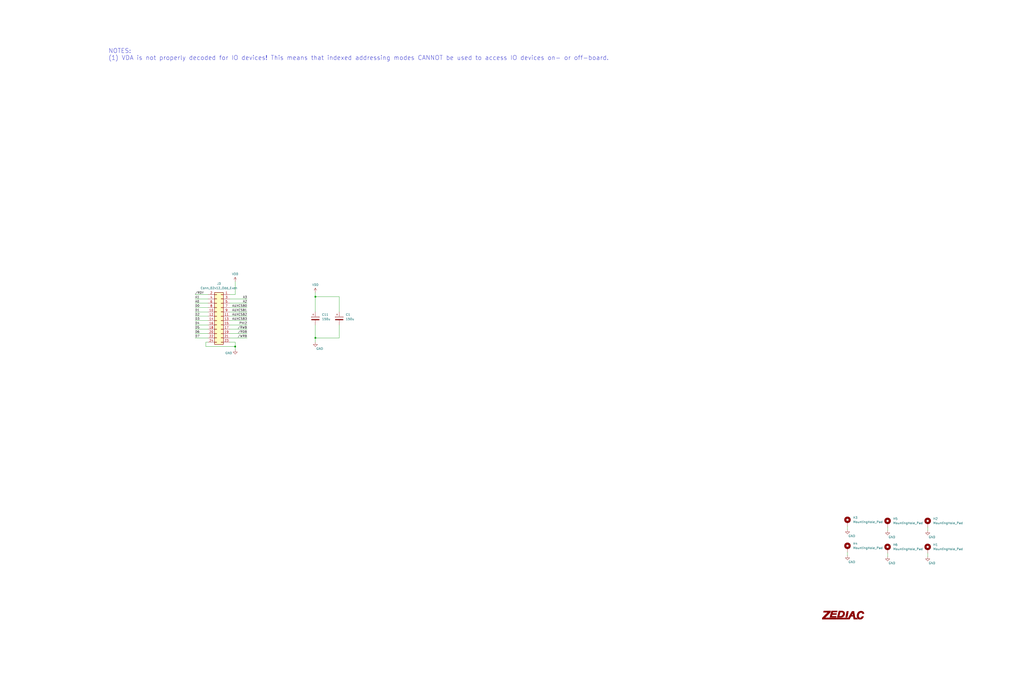
<source format=kicad_sch>
(kicad_sch (version 20231120) (generator "eeschema") (generator_version "8.0")
  (paper "User" 599.999 399.999)
  (title_block (title "ZEDIAC Expansion Card Template") (date "2024-03-10") (rev "1.1") (company "Electronics Tinkerer") (comment 1 "(C) Ray Clemens 2022-2024"))
  (lib_symbols
    (symbol "Connector_Generic:Conn_02x12_Odd_Even" (pin_names (offset 1.016) hide)
      (property "Reference" "J" (at 1.27 15.24 0))
      (property "Value" "Conn_02x12_Odd_Even" (at 1.27 -17.78 0))
      (symbol "Conn_02x12_Odd_Even_1_1"
        (rectangle (start -1.27 -15.113) (end 0 -15.367) (stroke (width 0.1524)))
        (rectangle (start -1.27 -12.573) (end 0 -12.827) (stroke (width 0.1524)))
        (rectangle (start -1.27 -10.033) (end 0 -10.287) (stroke (width 0.1524)))
        (rectangle (start -1.27 -7.493) (end 0 -7.747) (stroke (width 0.1524)))
        (rectangle (start -1.27 -4.953) (end 0 -5.207) (stroke (width 0.1524)))
        (rectangle (start -1.27 -2.413) (end 0 -2.667) (stroke (width 0.1524)))
        (rectangle (start -1.27 0.127) (end 0 -0.127) (stroke (width 0.1524)))
        (rectangle (start -1.27 2.667) (end 0 2.413) (stroke (width 0.1524)))
        (rectangle (start -1.27 5.207) (end 0 4.953) (stroke (width 0.1524)))
        (rectangle (start -1.27 7.747) (end 0 7.493) (stroke (width 0.1524)))
        (rectangle (start -1.27 10.287) (end 0 10.033) (stroke (width 0.1524)))
        (rectangle (start -1.27 12.827) (end 0 12.573) (stroke (width 0.1524)))
        (rectangle (start -1.27 13.97) (end 3.81 -16.51) (stroke (width 0.254)) (fill (type background)))
        (rectangle (start 3.81 -15.113) (end 2.54 -15.367) (stroke (width 0.1524)))
        (rectangle (start 3.81 -12.573) (end 2.54 -12.827) (stroke (width 0.1524)))
        (rectangle (start 3.81 -10.033) (end 2.54 -10.287) (stroke (width 0.1524)))
        (rectangle (start 3.81 -7.493) (end 2.54 -7.747) (stroke (width 0.1524)))
        (rectangle (start 3.81 -4.953) (end 2.54 -5.207) (stroke (width 0.1524)))
        (rectangle (start 3.81 -2.413) (end 2.54 -2.667) (stroke (width 0.1524)))
        (rectangle (start 3.81 0.127) (end 2.54 -0.127) (stroke (width 0.1524)))
        (rectangle (start 3.81 2.667) (end 2.54 2.413) (stroke (width 0.1524)))
        (rectangle (start 3.81 5.207) (end 2.54 4.953) (stroke (width 0.1524)))
        (rectangle (start 3.81 7.747) (end 2.54 7.493) (stroke (width 0.1524)))
        (rectangle (start 3.81 10.287) (end 2.54 10.033) (stroke (width 0.1524)))
        (rectangle (start 3.81 12.827) (end 2.54 12.573) (stroke (width 0.1524)))
        (pin passive line (at -5.08 12.7 0) (length 3.81) (name "Pin_1") (number "1"))
        (pin passive line (at 7.62 2.54 180) (length 3.81) (name "Pin_10") (number "10"))
        (pin passive line (at -5.08 0 0) (length 3.81) (name "Pin_11") (number "11"))
        (pin passive line (at 7.62 0 180) (length 3.81) (name "Pin_12") (number "12"))
        (pin passive line (at -5.08 -2.54 0) (length 3.81) (name "Pin_13") (number "13"))
        (pin passive line (at 7.62 -2.54 180) (length 3.81) (name "Pin_14") (number "14"))
        (pin passive line (at -5.08 -5.08 0) (length 3.81) (name "Pin_15") (number "15"))
        (pin passive line (at 7.62 -5.08 180) (length 3.81) (name "Pin_16") (number "16"))
        (pin passive line (at -5.08 -7.62 0) (length 3.81) (name "Pin_17") (number "17"))
        (pin passive line (at 7.62 -7.62 180) (length 3.81) (name "Pin_18") (number "18"))
        (pin passive line (at -5.08 -10.16 0) (length 3.81) (name "Pin_19") (number "19"))
        (pin passive line (at 7.62 12.7 180) (length 3.81) (name "Pin_2") (number "2"))
        (pin passive line (at 7.62 -10.16 180) (length 3.81) (name "Pin_20") (number "20"))
        (pin passive line (at -5.08 -12.7 0) (length 3.81) (name "Pin_21") (number "21"))
        (pin passive line (at 7.62 -12.7 180) (length 3.81) (name "Pin_22") (number "22"))
        (pin passive line (at -5.08 -15.24 0) (length 3.81) (name "Pin_23") (number "23"))
        (pin passive line (at 7.62 -15.24 180) (length 3.81) (name "Pin_24") (number "24"))
        (pin passive line (at -5.08 10.16 0) (length 3.81) (name "Pin_3") (number "3"))
        (pin passive line (at 7.62 10.16 180) (length 3.81) (name "Pin_4") (number "4"))
        (pin passive line (at -5.08 7.62 0) (length 3.81) (name "Pin_5") (number "5"))
        (pin passive line (at 7.62 7.62 180) (length 3.81) (name "Pin_6") (number "6"))
        (pin passive line (at -5.08 5.08 0) (length 3.81) (name "Pin_7") (number "7"))
        (pin passive line (at 7.62 5.08 180) (length 3.81) (name "Pin_8") (number "8"))
        (pin passive line (at -5.08 2.54 0) (length 3.81) (name "Pin_9") (number "9"))
      )
    )
    (symbol "Device:C_Polarized" (pin_numbers hide) (pin_names (offset 0.254))
      (property "Reference" "C" (at 0.635 2.54 0))
      (property "Value" "C_Polarized" (at 0.635 -2.54 0))
      (symbol "C_Polarized_0_1"
        (rectangle (start -2.286 0.508) (end 2.286 1.016))
        (polyline (pts (xy -1.778 2.286) (xy -0.762 2.286)))
        (polyline (pts (xy -1.27 2.794) (xy -1.27 1.778)))
        (rectangle (start 2.286 -0.508) (end -2.286 -1.016) (fill (type outline)))
      )
      (symbol "C_Polarized_1_1"
        (pin passive line (at 0 3.81 270) (length 2.794) (name "~") (number "1"))
        (pin passive line (at 0 -3.81 90) (length 2.794) (name "~") (number "2"))
      )
    )
    (symbol "Mechanical:MountingHole_Pad" (pin_numbers hide) (pin_names (offset 1.016) hide)
      (property "Reference" "H" (at 0 6.35 0))
      (property "Value" "MountingHole_Pad" (at 0 4.445 0))
      (symbol "MountingHole_Pad_0_1"
        (circle (center 0 1.27) (radius 1.27) (stroke (width 1.27)))
      )
      (symbol "MountingHole_Pad_1_1"
        (pin input line (at 0 -2.54 90) (length 2.54) (name "1") (number "1"))
      )
    )
    (symbol "power:GND" (power) (pin_names (offset 0))
      (property "Value" "GND" (at 0 -3.81 0))
      (symbol "GND_0_1"
        (polyline (pts (xy 0 0) (xy 0 -1.27) (xy 1.27 -1.27) (xy 0 -2.54) (xy -1.27 -1.27) (xy 0 -1.27)))
      )
      (symbol "GND_1_1"
        (pin power_in line (at 0 0 270) (length 0) hide (name "GND") (number "1"))
      )
    )
    (symbol "power:VDD" (power) (pin_names (offset 0))
      (property "Value" "VDD" (at 0 3.81 0))
      (symbol "VDD_0_1"
        (polyline (pts (xy -0.762 1.27) (xy 0 2.54)))
        (polyline (pts (xy 0 0) (xy 0 2.54)))
        (polyline (pts (xy 0 2.54) (xy 0.762 1.27)))
      )
      (symbol "VDD_1_1"
        (pin power_in line (at 0 0 90) (length 0) hide (name "VDD") (number "1"))
      )
    )
    (symbol "zediac-logo:LOGO" (pin_names (offset 1.016))
      (symbol "LOGO_0_0"
        (polyline (pts (xy 2.0013 -1.4064) (xy 2.1724 -1.4046) (xy 2.2971 -1.4007) (xy 2.3808 -1.3943) (xy 2.4288 -1.3851) (xy 2.4465 -1.3727) (xy 2.4555 -1.3375) (xy 2.4751 -1.2511) (xy 2.5026 -1.1234) (xy 2.5371 -0.9595) (xy 2.5776 -0.7648) (xy 2.6228 -0.5444) (xy 2.6719 -0.3036) (xy 2.7237 -0.0476) (xy 2.7772 0.2183) (xy 2.8314 0.4888) (xy 2.8852 0.7588) (xy 2.9376 1.023) (xy 2.9875 1.2761) (xy 3.0338 1.5129) (xy 3.0756 1.7281) (xy 3.1118 1.9166) (xy 3.1413 2.073) (xy 3.1631 2.1922) (xy 3.1761 2.2689) (xy 3.1793 2.2978) (xy 3.1735 2.3012) (xy 3.1248 2.3094) (xy 3.0361 2.3161) (xy 2.9177 2.3212) (xy 2.7799 2.3246) (xy 2.633 2.3263) (xy 2.4871 2.3261) (xy 2.3528 2.324) (xy 2.24 2.32) (xy 2.1593 2.3139) (xy 2.1208 2.3056) (xy 2.1159 2.3) (xy 2.1068 2.28) (xy 2.0949 2.2435) (xy 2.0796 2.1876) (xy 2.0603 2.109) (xy 2.0362 2.0049) (xy 2.0068 1.8721) (xy 1.9714 1.7076) (xy 1.9292 1.5084) (xy 1.8797 1.2713) (xy 1.8221 0.9935) (xy 1.7559 0.6717) (xy 1.6803 0.303) (xy 1.5947 -0.1157) (xy 1.5526 -0.3235) (xy 1.5056 -0.5603) (xy 1.4634 -0.7769) (xy 1.4273 -0.968) (xy 1.3981 -1.128) (xy 1.3769 -1.2514) (xy 1.3648 -1.3328) (xy 1.3626 -1.3668) (xy 1.3643 -1.3703) (xy 1.3813 -1.3834) (xy 1.4187 -1.3931) (xy 1.4833 -1.3997) (xy 1.5817 -1.4038) (xy 1.7207 -1.406) (xy 1.9071 -1.4066) (xy 2.0013 -1.4064)) (stroke (width 0.01)) (fill (type outline)))
        (polyline (pts (xy -5.9865 -1.3729) (xy -4.1286 -1.366) (xy -4.0393 -1.0684) (xy -4.0088 -0.9623) (xy -3.9783 -0.8452) (xy -3.9574 -0.752) (xy -3.9497 -0.6965) (xy -3.9493 -0.6221) (xy -5.1598 -0.6201) (xy -5.3378 -0.6196) (xy -5.5841 -0.6183) (xy -5.8129 -0.6163) (xy -6.018 -0.6137) (xy -6.1934 -0.6107) (xy -6.333 -0.6073) (xy -6.4306 -0.6037) (xy -6.4802 -0.5998) (xy -6.5902 -0.5815) (xy -6.4778 -0.1623) (xy -6.3655 0.257) (xy -5.1482 0.2641) (xy -3.9309 0.2711) (xy -3.8453 0.5751) (xy -3.8147 0.6878) (xy -3.7863 0.8017) (xy -3.7669 0.8897) (xy -3.7598 0.9387) (xy -3.7599 0.9982) (xy -4.9344 1.0063) (xy -5.0946 1.0076) (xy -5.3315 1.0102) (xy -5.5481 1.0134) (xy -5.7386 1.0171) (xy -5.8975 1.0211) (xy -6.0192 1.0253) (xy -6.098 1.0297) (xy -6.1283 1.034) (xy -6.1298 1.0381) (xy -6.1261 1.0818) (xy -6.1114 1.1615) (xy -6.0887 1.2648) (xy -6.0612 1.3793) (xy -6.0319 1.4925) (xy -6.0038 1.5921) (xy -5.98 1.6656) (xy -5.9636 1.7007) (xy -5.9441 1.7037) (xy -5.8752 1.7077) (xy -5.7621 1.7119) (xy -5.6103 1.7162) (xy -5.4252 1.7205) (xy -5.2123 1.7245) (xy -4.9772 1.7281) (xy -4.7252 1.7312) (xy -3.504 1.7448) (xy -3.4159 2.0423) (xy -3.3859 2.1483) (xy -3.3558 2.2655) (xy -3.3352 2.3587) (xy -3.3275 2.4143) (xy -3.3271 2.4886) (xy -5.0516 2.4883) (xy -5.1264 2.4883) (xy -5.425 2.4879) (xy -5.7073 2.487) (xy -5.9686 2.4859) (xy -6.2042 2.4843) (xy -6.4093 2.4825) (xy -6.5793 2.4805) (xy -6.7094 2.4782) (xy -6.7948 2.4758) (xy -6.8308 2.4732) (xy -6.8382 2.4702) (xy -6.8551 2.4543) (xy -6.8737 2.4217) (xy -6.8957 2.3672) (xy -6.9226 2.2857) (xy -6.9561 2.1721) (xy -6.9977 2.0213) (xy -7.0492 1.8282) (xy -7.1121 1.5877) (xy -7.1911 1.2833) (xy -7.3115 0.8184) (xy -7.4204 0.3961) (xy -7.5175 0.0175) (xy -7.6025 -0.3163) (xy -7.6752 -0.6043) (xy -7.7353 -0.8453) (xy -7.7825 -1.0384) (xy -7.8166 -1.1823) (xy -7.8373 -1.2762) (xy -7.8443 -1.3188) (xy -7.8445 -1.3799) (xy -5.9865 -1.3729)) (stroke (width 0.01)) (fill (type outline)))
        (polyline (pts (xy 9.8845 -2.5105) (xy 10.0835 -2.5024) (xy 10.2718 -2.4868) (xy 10.4361 -2.464) (xy 10.5631 -2.4343) (xy 10.8232 -2.3359) (xy 11.0892 -2.1928) (xy 11.3259 -2.0133) (xy 11.5376 -1.7934) (xy 11.729 -1.5287) (xy 11.9046 -1.2153) (xy 11.923 -1.1773) (xy 11.9719 -1.0639) (xy 12.01 -0.9575) (xy 12.0345 -0.8683) (xy 12.0421 -0.8071) (xy 12.0298 -0.7844) (xy 12.0083 -0.7819) (xy 11.9406 -0.7726) (xy 11.8358 -0.7579) (xy 11.7027 -0.7388) (xy 11.5504 -0.7168) (xy 11.4273 -0.6991) (xy 11.2836 -0.6792) (xy 11.1638 -0.6634) (xy 11.0777 -0.6529) (xy 11.0352 -0.6492) (xy 11.0187 -0.6533) (xy 10.982 -0.6875) (xy 10.9361 -0.761) (xy 10.8768 -0.8799) (xy 10.8671 -0.9003) (xy 10.7377 -1.1194) (xy 10.5834 -1.2989) (xy 10.4085 -1.4352) (xy 10.2173 -1.5248) (xy 10.0142 -1.5644) (xy 9.9905 -1.5657) (xy 9.8225 -1.5619) (xy 9.6832 -1.5274) (xy 9.5562 -1.4558) (xy 9.4246 -1.3407) (xy 9.3835 -1.2988) (xy 9.2903 -1.1913) (xy 9.2224 -1.0857) (xy 9.1763 -0.9709) (xy 9.148 -0.8357) (xy 9.134 -0.669) (xy 9.1305 -0.4598) (xy 9.136 -0.2421) (xy 9.1578 -0.015) (xy 9.1995 0.191) (xy 9.2648 0.3932) (xy 9.3573 0.6087) (xy 9.4493 0.7854) (xy 9.6062 1.0172) (xy 9.782 1.1991) (xy 9.9778 1.332) (xy 10.1948 1.4169) (xy 10.4342 1.4546) (xy 10.4777 1.457) (xy 10.581 1.4592) (xy 10.6573 1.4515) (xy 10.7266 1.4305) (xy 10.8091 1.393) (xy 10.8637 1.3633) (xy 10.9941 1.2587) (xy 11.1006 1.115) (xy 11.1887 0.9255) (xy 11.2177 0.8568) (xy 11.2564 0.7846) (xy 11.2878 0.7463) (xy 11.3066 0.742) (xy 11.3735 0.7391) (xy 11.4765 0.7405) (xy 11.6044 0.7455) (xy 11.7465 0.7535) (xy 11.8917 0.7639) (xy 12.0291 0.7759) (xy 12.1478 0.789) (xy 12.2369 0.8025) (xy 12.2515 0.8054) (xy 12.2876 0.8169) (xy 12.3046 0.8413) (xy 12.3075 0.8923) (xy 12.3009 0.9835) (xy 12.2544 1.2348) (xy 12.1565 1.4859) (xy 12.0108 1.7256) (xy 11.8204 1.9476) (xy 11.6842 2.0721) (xy 11.5315 2.1795) (xy 11.3621 2.262) (xy 11.1574 2.3304) (xy 11.1153 2.342) (xy 11.024 2.3632) (xy 10.9307 2.3777) (xy 10.8225 2.3866) (xy 10.6862 2.3912) (xy 10.509 2.3928) (xy 10.3129 2.3912) (xy 10.1428 2.3829) (xy 9.9983 2.3656) (xy 9.8646 2.3367) (xy 9.7272 2.2937) (xy 9.5715 2.2342) (xy 9.2826 2.0897) (xy 9.0104 1.8958) (xy 8.7641 1.6585) (xy 8.5477 1.3815) (xy 8.3649 1.0685) (xy 8.3617 1.062) (xy 8.2284 0.7547) (xy 8.1317 0.4391) (xy 8.0698 0.106) (xy 8.0409 -0.2539) (xy 8.0434 -0.6498) (xy 8.0452 -0.6876) (xy 8.0706 -0.9922) (xy 8.1169 -1.2549) (xy 8.1871 -1.4842) (xy 8.2845 -1.6886) (xy 8.4123 -1.8765) (xy 8.5737 -2.0564) (xy 8.6861 -2.1613) (xy 8.8572 -2.2891) (xy 9.0437 -2.387) (xy 9.2647 -2.4663) (xy 9.3566 -2.4862) (xy 9.5078 -2.5027) (xy 9.6882 -2.5107) (xy 9.8845 -2.5105)) (stroke (width 0.01)) (fill (type outline)))
        (polyline (pts (xy -2.7929 -1.3908) (xy -2.7858 -1.3906) (xy -2.4296 -1.3849) (xy -2.123 -1.3797) (xy -1.8615 -1.375) (xy -1.6406 -1.3705) (xy -1.456 -1.3659) (xy -1.3032 -1.3611) (xy -1.1777 -1.3557) (xy -1.0752 -1.3497) (xy -0.991 -1.3428) (xy -0.9209 -1.3348) (xy -0.8604 -1.3254) (xy -0.8049 -1.3144) (xy -0.7502 -1.3016) (xy -0.6917 -1.2868) (xy -0.5724 -1.2536) (xy -0.2485 -1.1322) (xy 0.0357 -0.9751) (xy 0.2813 -0.7817) (xy 0.4902 -0.5666) (xy 0.6726 -0.3261) (xy 0.8146 -0.0685) (xy 0.9233 0.2171) (xy 0.9465 0.2965) (xy 0.9638 0.3744) (xy 0.9752 0.4582) (xy 0.9817 0.56) (xy 0.9844 0.6918) (xy 0.9845 0.8656) (xy 0.9833 1.0206) (xy 0.9799 1.1557) (xy 0.9733 1.2575) (xy 0.9625 1.3372) (xy 0.9462 1.4057) (xy 0.9234 1.4743) (xy 0.8055 1.7229) (xy 0.6433 1.9432) (xy 0.4414 2.1281) (xy 0.2029 2.2739) (xy 0.1624 2.2937) (xy 0.0735 2.3357) (xy -0.0079 2.3704) (xy -0.088 2.3984) (xy -0.173 2.4207) (xy -0.2689 2.4379) (xy -0.382 2.4509) (xy -0.5183 2.4605) (xy -0.6842 2.4673) (xy -0.8857 2.4723) (xy -1.1289 2.4761) (xy -1.4201 2.4796) (xy -1.4991 2.4804) (xy -1.7317 2.4821) (xy -1.9459 2.4827) (xy -2.1356 2.4822) (xy -2.295 2.4806) (xy -2.418 2.478) (xy -2.4989 2.4744) (xy -2.5316 2.4699) (xy -2.5317 2.4698) (xy -2.5437 2.4397) (xy -2.5679 2.3618) (xy -2.6029 2.2407) (xy -2.6474 2.0811) (xy -2.7003 1.8875) (xy -2.7603 1.6646) (xy -2.8261 1.4169) (xy -2.8964 1.1491) (xy -2.97 0.8656) (xy -3.041 0.591) (xy -3.131 0.2427) (xy -3.2088 -0.0593) (xy -3.2755 -0.3183) (xy -3.3318 -0.5379) (xy -3.3412 -0.5748) (xy -2.2169 -0.5748) (xy -2.2149 -0.5621) (xy -2.2012 -0.5011) (xy -2.176 -0.3965) (xy -2.1406 -0.254) (xy -2.0965 -0.0792) (xy -2.045 0.1221) (xy -1.9877 0.3443) (xy -1.926 0.5816) (xy -1.6362 1.6907) (xy -1.1089 1.6907) (xy -0.9931 1.6906) (xy -0.8402 1.6899) (xy -0.7274 1.6876) (xy -0.6458 1.6827) (xy -0.5867 1.6742) (xy -0.5413 1.6612) (xy -0.5009 1.6425) (xy -0.4568 1.6173) (xy -0.3351 1.5316) (xy -0.2057 1.3885) (xy -0.1213 1.2161) (xy -0.1127 1.1871) (xy -0.0891 1.0432) (xy -0.0831 0.8712) (xy -0.0936 0.6896) (xy -0.12 0.5166) (xy -0.1612 0.3705) (xy -0.1639 0.3636) (xy -0.253 0.179) (xy -0.3731 -0.0089) (xy -0.5109 -0.1812) (xy -0.6528 -0.3189) (xy -0.769 -0.4064) (xy -0.9051 -0.4846) (xy -1.0517 -0.5389) (xy -1.2231 -0.5745) (xy -1.4336 -0.5964) (xy -1.5243 -0.6023) (xy -1.6894 -0.6111) (xy -1.85 -0.6175) (xy -1.9814 -0.6204) (xy -2.0418 -0.6206) (xy -2.1341 -0.6186) (xy -2.1873 -0.6116) (xy -2.2116 -0.5976) (xy -2.2169 -0.5748) (xy -3.3412 -0.5748) (xy -3.3786 -0.7215) (xy -3.4168 -0.8728) (xy -3.4473 -0.9951) (xy -3.4708 -1.092) (xy -3.4884 -1.1669) (xy -3.5008 -1.2234) (xy -3.509 -1.265) (xy -3.5137 -1.2951) (xy -3.5159 -1.3173) (xy -3.5165 -1.335) (xy -3.5165 -1.4024) (xy -2.7929 -1.3908)) (stroke (width 0.01)) (fill (type outline)))
        (polyline (pts (xy -5.3626 -2.4759) (xy -5.1852 -2.4755) (xy -4.5621 -2.4741) (xy -3.9461 -2.4725) (xy -3.3399 -2.4708) (xy -2.7462 -2.4691) (xy -2.1679 -2.4674) (xy -1.6077 -2.4655) (xy -1.0684 -2.4637) (xy -0.5527 -2.4618) (xy -0.0635 -2.46) (xy 0.3966 -2.4581) (xy 0.8247 -2.4562) (xy 1.2181 -2.4544) (xy 1.574 -2.4525) (xy 1.8897 -2.4508) (xy 2.1623 -2.449) (xy 2.3891 -2.4474) (xy 2.5674 -2.4458) (xy 2.6943 -2.4443) (xy 3.8061 -2.4282) (xy 4.0101 -2.0324) (xy 4.0356 -1.9829) (xy 4.1297 -1.8003) (xy 4.234 -1.5976) (xy 4.3377 -1.3961) (xy 4.4297 -1.2172) (xy 4.6453 -0.7979) (xy 5.9105 -0.7979) (xy 6.0272 -1.6225) (xy 6.0403 -1.7142) (xy 6.0686 -1.9116) (xy 6.0943 -2.0881) (xy 6.1164 -2.2372) (xy 6.134 -2.3523) (xy 6.146 -2.4269) (xy 6.1515 -2.4546) (xy 6.1516 -2.4546) (xy 6.1812 -2.456) (xy 6.2594 -2.4569) (xy 6.381 -2.4575) (xy 6.5407 -2.4578) (xy 6.7332 -2.4576) (xy 6.9532 -2.4571) (xy 7.1955 -2.4563) (xy 7.4548 -2.455) (xy 8.7507 -2.448) (xy 8.6155 -2.3689) (xy 8.4843 -2.277) (xy 8.3305 -2.1345) (xy 8.1926 -1.9713) (xy 8.0868 -1.8043) (xy 7.9934 -1.6242) (xy 7.0736 -1.6094) (xy 7.0143 -1.2713) (xy 7.0106 -1.2498) (xy 6.9866 -1.1094) (xy 6.9571 -0.9324) (xy 6.9244 -0.7332) (xy 6.8907 -0.5258) (xy 6.8585 -0.3246) (xy 6.84 -0.2083) (xy 6.8072 -0.0032) (xy 6.7688 0.236) (xy 6.7265 0.4979) (xy 6.6824 0.771) (xy 6.6381 1.0439) (xy 6.5957 1.3052) (xy 6.4293 2.3263) (xy 5.8148 2.3263) (xy 5.6513 2.3259) (xy 5.4745 2.3238) (xy 5.3433 2.3196) (xy 5.2526 2.3132) (xy 5.1976 2.3043) (xy 5.1734 2.2925) (xy 5.1548 2.2625) (xy 5.1126 2.1894) (xy 5.0491 2.0782) (xy 4.9671 1.9332) (xy 4.8691 1.759) (xy 4.7576 1.5603) (xy 4.6352 1.3416) (xy 4.5043 1.1075) (xy 4.3676 0.8625) (xy 4.2277 0.6112) (xy 4.0869 0.3581) (xy 3.948 0.1079) (xy 3.8432 -0.0811) (xy 4.9991 -0.0811) (xy 5.0651 0.0339) (xy 5.0929 0.0831) (xy 5.1449 0.1766) (xy 5.2123 0.2987) (xy 5.2896 0.4393) (xy 5.3711 0.588) (xy 5.4417 0.7147) (xy 5.5137 0.8377) (xy 5.5713 0.9288) (xy 5.6109 0.9826) (xy 5.6292 0.9938) (xy 5.6299 0.9922) (xy 5.6401 0.9519) (xy 5.6572 0.8698) (xy 5.6792 0.7563) (xy 5.7043 0.6217) (xy 5.7306 0.4765) (xy 5.7564 0.3308) (xy 5.7796 0.1952) (xy 5.7985 0.08) (xy 5.8111 -0.0045) (xy 5.8158 -0.0479) (xy 5.8082 -0.0581) (xy 5.7698 -0.0688) (xy 5.6939 -0.076) (xy 5.5749 -0.0799) (xy 5.4075 -0.0811) (xy 4.9991 -0.0811) (xy 3.8432 -0.0811) (xy 3.8134 -0.1349) (xy 3.6857 -0.3658) (xy 3.5675 -0.5801) (xy 3.4613 -0.7733) (xy 3.3696 -0.9409) (xy 2.9964 -1.6248) (xy 1.8161 -1.6092) (xy 1.766 -1.6085) (xy 1.5181 -1.6053) (xy 1.2264 -1.6014) (xy 0.8994 -1.5971) (xy 0.5455 -1.5925) (xy 0.173 -1.5875) (xy -0.2095 -1.5825) (xy -0.5937 -1.5775) (xy -0.9713 -1.5725) (xy -1.3337 -1.5677) (xy -1.5041 -1.5656) (xy -1.8183 -1.5624) (xy -2.1772 -1.5592) (xy -2.5748 -1.5562) (xy -3.0053 -1.5534) (xy -3.4629 -1.5509) (xy -3.9418 -1.5485) (xy -4.436 -1.5465) (xy -4.9397 -1.5447) (xy -5.4471 -1.5432) (xy -5.9524 -1.5422) (xy -6.4496 -1.5415) (xy -6.933 -1.5412) (xy -10.563 -1.5405) (xy -10.411 -1.3991) (xy -10.3559 -1.347) (xy -10.2579 -1.2517) (xy -10.1335 -1.129) (xy -9.9863 -0.9825) (xy -9.8199 -0.8158) (xy -9.6379 -0.6328) (xy -9.4439 -0.4369) (xy -9.2414 -0.2318) (xy -9.034 -0.0213) (xy -8.8254 0.1911) (xy -8.6191 0.4017) (xy -8.4187 0.6068) (xy -8.2277 0.8028) (xy -8.0498 0.986) (xy -7.8886 1.1528) (xy -7.7476 1.2995) (xy -7.6304 1.4225) (xy -7.5405 1.5181) (xy -7.4817 1.5826) (xy -7.4575 1.6124) (xy -7.4484 1.6344) (xy -7.4255 1.7131) (xy -7.399 1.8254) (xy -7.3715 1.9577) (xy -7.3456 2.0966) (xy -7.3239 2.2285) (xy -7.309 2.34) (xy -7.3035 2.4174) (xy -7.3035 2.4889) (xy -9.3525 2.4821) (xy -11.4014 2.4751) (xy -11.5095 2.0502) (xy -11.5544 1.8657) (xy -11.5834 1.7268) (xy -11.5955 1.6376) (xy -11.5907 1.5989) (xy -11.5861 1.5969) (xy -11.537 1.5902) (xy -11.4389 1.5834) (xy -11.2957 1.5767) (xy -11.1112 1.5701) (xy -10.8894 1.5639) (xy -10.6341 1.5581) (xy -10.3492 1.553) (xy -9.1344 1.5335) (xy -9.7946 0.8772) (xy -9.9412 0.7314) (xy -10.3234 0.3506) (xy -10.6682 0.0062) (xy -10.9764 -0.3029) (xy -11.249 -0.5776) (xy -11.4871 -0.819) (xy -11.6916 -1.028) (xy -11.8634 -1.2057) (xy -12.0035 -1.353) (xy -12.113 -1.4709) (xy -12.1927 -1.5605) (xy -12.2436 -1.6226) (xy -12.2668 -1.6584) (xy -12.2851 -1.7204) (xy -12.2982 -1.8147) (xy -12.3055 -1.9465) (xy -12.3077 -2.124) (xy -12.3077 -2.4915) (xy -5.3626 -2.4759)) (stroke (width 0.01)) (fill (type outline)))
      )
    )
  )
  (junction (at 184.785 173.99))
  (junction (at 184.785 198.12))
  (junction (at 137.795 203.2))
  (wire (pts (xy 198.755 173.99) (xy 184.785 173.99)))
  (wire (pts (xy 121.92 185.42) (xy 114.3 185.42)))
  (wire (pts (xy 134.62 187.96) (xy 144.78 187.96)))
  (wire (pts (xy 121.92 180.34) (xy 114.3 180.34)))
  (wire (pts (xy 134.62 193.04) (xy 144.78 193.04)))
  (wire (pts (xy 121.92 182.88) (xy 114.3 182.88)))
  (wire (pts (xy 184.785 190.5) (xy 184.785 198.12)))
  (wire (pts (xy 134.62 185.42) (xy 144.78 185.42)))
  (wire (pts (xy 520.065 324.485) (xy 520.065 326.39)))
  (wire (pts (xy 121.92 175.26) (xy 114.3 175.26)))
  (wire (pts (xy 121.92 172.72) (xy 114.3 172.72)))
  (wire (pts (xy 520.065 309.245) (xy 520.065 311.15)))
  (wire (pts (xy 134.62 177.8) (xy 144.78 177.8)))
  (wire (pts (xy 134.62 190.5) (xy 144.78 190.5)))
  (wire (pts (xy 496.57 308.61) (xy 496.57 310.515)))
  (wire (pts (xy 120.65 203.2) (xy 137.795 203.2)))
  (wire (pts (xy 134.62 195.58) (xy 144.78 195.58)))
  (wire (pts (xy 496.57 323.85) (xy 496.57 325.755)))
  (wire (pts (xy 121.92 187.96) (xy 114.3 187.96)))
  (wire (pts (xy 184.785 171.45) (xy 184.785 173.99)))
  (wire (pts (xy 137.795 203.2) (xy 137.795 205.105)))
  (wire (pts (xy 134.62 175.26) (xy 144.78 175.26)))
  (wire (pts (xy 137.795 165.1) (xy 137.795 172.72)))
  (wire (pts (xy 184.785 198.12) (xy 184.785 200.66)))
  (wire (pts (xy 121.92 190.5) (xy 114.3 190.5)))
  (wire (pts (xy 121.92 200.66) (xy 120.65 200.66)))
  (wire (pts (xy 543.56 309.245) (xy 543.56 311.15)))
  (wire (pts (xy 134.62 180.34) (xy 144.78 180.34)))
  (wire (pts (xy 137.795 172.72) (xy 134.62 172.72)))
  (wire (pts (xy 184.785 173.99) (xy 184.785 182.88)))
  (wire (pts (xy 198.755 198.12) (xy 184.785 198.12)))
  (wire (pts (xy 134.62 200.66) (xy 137.795 200.66)))
  (wire (pts (xy 121.92 198.12) (xy 114.3 198.12)))
  (wire (pts (xy 121.92 177.8) (xy 114.3 177.8)))
  (wire (pts (xy 134.62 182.88) (xy 144.78 182.88)))
  (wire (pts (xy 121.92 193.04) (xy 114.3 193.04)))
  (wire (pts (xy 543.56 324.485) (xy 543.56 326.39)))
  (wire (pts (xy 198.755 182.88) (xy 198.755 173.99)))
  (wire (pts (xy 121.92 195.58) (xy 114.3 195.58)))
  (wire (pts (xy 134.62 198.12) (xy 144.78 198.12)))
  (wire (pts (xy 198.755 190.5) (xy 198.755 198.12)))
  (wire (pts (xy 137.795 200.66) (xy 137.795 203.2)))
  (wire (pts (xy 120.65 200.66) (xy 120.65 203.2)))
  (text "NOTES:\n(1) VDA is not properly decoded for IO devices! This means that indexed addressing modes CANNOT be used to access IO devices on- or off-board." (at 63.5 35.56 0) (effects (font (size 2.54 2.54)) (justify left bottom)))
  (label "{slash}RWB" (at 144.78 193.04 180))
  (label "PHI2" (at 144.78 190.5 180))
  (label "A0" (at 114.3 177.8 0))
  (label "A3" (at 144.78 175.26 180))
  (label "D3" (at 114.3 187.96 0))
  (label "AUXCSB0" (at 144.78 180.34 180))
  (label "D6" (at 114.3 195.58 0))
  (label "A1" (at 114.3 175.26 0))
  (label "D0" (at 114.3 180.34 0))
  (label "AUXCSB2" (at 144.78 185.42 180))
  (label "D4" (at 114.3 190.5 0))
  (label "AUXCSB3" (at 144.78 187.96 180))
  (label "D1" (at 114.3 182.88 0))
  (label "AUXCSB1" (at 144.78 182.88 180))
  (label "{slash}RDY" (at 114.3 172.72 0))
  (label "D2" (at 114.3 185.42 0))
  (label "{slash}RDB" (at 144.78 195.58 180))
  (label "A2" (at 144.78 177.8 180))
  (label "{slash}WRB" (at 144.78 198.12 180))
  (label "D5" (at 114.3 193.04 0))
  (label "D7" (at 114.3 198.12 0))
  (symbol (lib_id "power:VDD") (at 184.785 171.45 0) (unit 1)
    (property "Reference" "#PWR064" (effects (hide yes)))
    (property "Value" "VDD" (at 184.785 167.005 0))
  )
  (symbol (lib_id "Mechanical:MountingHole_Pad") (at 496.57 306.07 0) (unit 1)
    (property "Reference" "H3" (at 499.745 303.5299 0) (effects (justify left)))
    (property "Value" "MountingHole_Pad" (at 499.745 306.0699 0) (effects (justify left)))
    (property "Footprint" "MountingHole:MountingHole_3.2mm_M3_Pad" (effects (hide yes)))
  )
  (symbol (lib_id "Mechanical:MountingHole_Pad") (at 543.56 306.705 0) (unit 1)
    (property "Reference" "H2" (at 546.735 304.1649 0) (effects (justify left)))
    (property "Value" "MountingHole_Pad" (at 546.735 306.7049 0) (effects (justify left)))
    (property "Footprint" "MountingHole:MountingHole_3.2mm_M3_Pad" (effects (hide yes)))
  )
  (symbol (lib_id "power:VDD") (at 137.795 165.1 0) (unit 1)
    (property "Reference" "#PWR013" (effects (hide yes)))
    (property "Value" "VDD" (at 137.795 160.655 0))
  )
  (symbol (lib_id "Device:C_Polarized") (at 184.785 186.69 0) (unit 1)
    (property "Reference" "C11" (at 188.595 184.5309 0) (effects (justify left)))
    (property "Value" "150u" (at 188.595 187.0709 0) (effects (justify left)))
    (property "Footprint" "Capacitor_THT:C_Radial_D8.0mm_H7.0mm_P3.50mm" (effects (hide yes)))
  )
  (symbol (lib_id "power:GND") (at 496.57 325.755 0) (unit 1)
    (property "Reference" "#PWR068" (effects (hide yes)))
    (property "Value" "GND" (at 499.11 329.565 0))
  )
  (symbol (lib_id "power:GND") (at 520.065 311.15 0) (unit 1)
    (property "Reference" "#PWR073" (effects (hide yes)))
    (property "Value" "GND" (at 522.605 314.96 0))
  )
  (symbol (lib_id "power:GND") (at 184.785 200.66 0) (unit 1)
    (property "Reference" "#PWR065" (effects (hide yes)))
    (property "Value" "GND" (at 187.325 204.47 0))
  )
  (symbol (lib_id "power:GND") (at 520.065 326.39 0) (unit 1)
    (property "Reference" "#PWR074" (effects (hide yes)))
    (property "Value" "GND" (at 522.605 330.2 0))
  )
  (symbol (lib_id "power:GND") (at 496.57 310.515 0) (unit 1)
    (property "Reference" "#PWR067" (effects (hide yes)))
    (property "Value" "GND" (at 499.11 314.325 0))
  )
  (symbol (lib_id "Mechanical:MountingHole_Pad") (at 520.065 306.705 0) (unit 1)
    (property "Reference" "H5" (at 523.24 304.1649 0) (effects (justify left)))
    (property "Value" "MountingHole_Pad" (at 523.24 306.7049 0) (effects (justify left)))
    (property "Footprint" "MountingHole:MountingHole_3.2mm_M3_Pad" (effects (hide yes)))
  )
  (symbol (lib_id "Mechanical:MountingHole_Pad") (at 496.57 321.31 0) (unit 1)
    (property "Reference" "H4" (at 499.745 318.7699 0) (effects (justify left)))
    (property "Value" "MountingHole_Pad" (at 499.745 321.3099 0) (effects (justify left)))
    (property "Footprint" "MountingHole:MountingHole_3.2mm_M3_Pad" (effects (hide yes)))
  )
  (symbol (lib_id "power:GND") (at 543.56 326.39 0) (unit 1)
    (property "Reference" "#PWR080" (effects (hide yes)))
    (property "Value" "GND" (at 546.1 330.2 0))
  )
  (symbol (lib_id "zediac-logo:LOGO") (at 494.03 360.68 0) (unit 1)
    (property "Reference" "G1" (effects (hide yes)))
    (property "Value" "LOGO" (effects (hide yes)))
    (property "Footprint" "zediac:zediac-logo" (effects (hide yes)))
  )
  (symbol (lib_id "power:GND") (at 137.795 205.105 0) (unit 1)
    (property "Reference" "#PWR014" (effects (hide yes)))
    (property "Value" "GND" (at 133.985 207.01 0))
  )
  (symbol (lib_id "Mechanical:MountingHole_Pad") (at 543.56 321.945 0) (unit 1)
    (property "Reference" "H1" (at 546.735 319.4049 0) (effects (justify left)))
    (property "Value" "MountingHole_Pad" (at 546.735 321.9449 0) (effects (justify left)))
    (property "Footprint" "MountingHole:MountingHole_3.2mm_M3_Pad" (effects (hide yes)))
  )
  (symbol (lib_id "Mechanical:MountingHole_Pad") (at 520.065 321.945 0) (unit 1)
    (property "Reference" "H6" (at 523.24 319.4049 0) (effects (justify left)))
    (property "Value" "MountingHole_Pad" (at 523.24 321.9449 0) (effects (justify left)))
    (property "Footprint" "MountingHole:MountingHole_3.2mm_M3_Pad" (effects (hide yes)))
  )
  (symbol (lib_id "Device:C_Polarized") (at 198.755 186.69 0) (unit 1)
    (property "Reference" "C1" (at 202.565 184.5309 0) (effects (justify left)))
    (property "Value" "150u" (at 202.565 187.0709 0) (effects (justify left)))
    (property "Footprint" "Capacitor_THT:C_Radial_D8.0mm_H7.0mm_P3.50mm" (effects (hide yes)))
  )
  (symbol (lib_id "power:GND") (at 543.56 311.15 0) (unit 1)
    (property "Reference" "#PWR079" (effects (hide yes)))
    (property "Value" "GND" (at 546.1 314.96 0))
  )
  (symbol (lib_id "Connector_Generic:Conn_02x12_Odd_Even") (at 129.54 185.42 0) (mirror y) (unit 1)
    (property "Reference" "J3" (at 128.27 166.37 0))
    (property "Value" "Conn_02x12_Odd_Even" (at 128.27 168.91 0))
    (property "Footprint" "Connector_PinSocket_2.54mm:PinSocket_2x12_P2.54mm_Vertical" (effects (hide yes)))
  )
)
</source>
